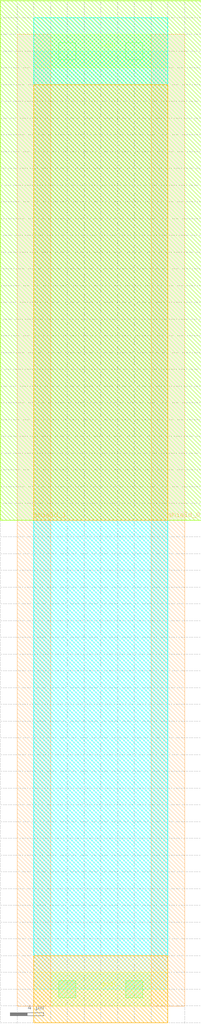
<source format=lef>
VERSION 5.3 ;
NAMESCASESENSITIVE ON ;
BUSBITCHARS "[]" ;
DIVIDERCHAR "/" ;
UNITS
  DATABASE MICRONS 1000 ;
END UNITS

LAYER nwell
  TYPE  MASTERSLICE ;
END nwell

LAYER nselect
  TYPE  MASTERSLICE ;
END nselect

LAYER pselect
  TYPE  MASTERSLICE ;
END pselect

LAYER pactive
  TYPE	MASTERSLICE ;
END pactive

LAYER nactive
  TYPE	MASTERSLICE ;
END nactive

LAYER poly
  TYPE	MASTERSLICE ;
END poly

LAYER cp
  TYPE	CUT ;
  SPACING	0.3 ;
END cp

LAYER ca
  TYPE	CUT ;
  SPACING	0.3 ;
END ca

LAYER metal1
  TYPE		ROUTING ;
  DIRECTION	HORIZONTAL ;
  PITCH		0.8  ;
  WIDTH		0.3 ;
  SPACING	0.3 ;
  RESISTANCE	RPERSQ 0 ;
  CAPACITANCE	CPERSQDIST 0 ;
  CURRENTDEN 0 ;
END metal1

LAYER via
  TYPE	CUT ;
  SPACING	0.3 ;
END via

LAYER metal2
  TYPE		ROUTING ;
  DIRECTION	VERTICAL ;
  PITCH		0.8  ;
  WIDTH		0.3 ;
  SPACING	0.3 ;
  RESISTANCE	RPERSQ 0 ;
  CAPACITANCE	CPERSQDIST 0 ;
  CURRENTDEN 0 ;
END metal2

LAYER via2
  TYPE	CUT ;
  SPACING	0.3 ;
END via2

LAYER metal3
  TYPE		ROUTING ;
  DIRECTION	HORIZONTAL ;
  PITCH		0.8  ;
  WIDTH		0.3 ;
  SPACING	0.3 ;
  RESISTANCE	RPERSQ 0 ;
  CAPACITANCE	CPERSQDIST 0 ;
  CURRENTDEN 0 ;
END metal3

LAYER LAYER42
  TYPE	MASTERSLICE ;
END LAYER42

LAYER LAYER44
  TYPE	MASTERSLICE ;
END LAYER44

LAYER LAYER45
  TYPE	MASTERSLICE ;
END LAYER45

LAYER text
  TYPE	VIRTUAL ;
END text

SPACING
  SAMENET metal1  metal1	0.3 ;
  SAMENET metal2  metal2	0.3 ;
  SAMENET metal3  metal3	0.3 ;
  SAMENET ca  ca	0.3 ;
  SAMENET ca  cp	0.3 ;
  SAMENET cp  cp	0.3 ;
  SAMENET ca  via	0.3 ;
  SAMENET cp  via	0.3 ;
  SAMENET via  via	0.3 ;
  SAMENET via2  via2	0.3 ;
  SAMENET via  via2	0.3 ;
END SPACING

VIA PTAP DEFAULT
  LAYER pactive ;
    RECT -0.200 -0.200 0.200 0.200 ;
  LAYER ca ;
    RECT -0.100 -0.100 0.100 0.100 ;
  LAYER metal1 ;
    RECT -0.200 -0.200 0.200 0.200 ;
END PTAP

VIA NTAP DEFAULT
  LAYER nactive ;
    RECT -0.200 -0.200 0.200 0.200 ;
  LAYER ca ;
    RECT -0.100 -0.100 0.100 0.100 ;
  LAYER metal1 ;
    RECT -0.200 -0.200 0.200 0.200 ;
END NTAP

VIA M1_POLY DEFAULT
  LAYER poly ;
    RECT -0.200 -0.200 0.200 0.200 ;
  LAYER cp ;
    RECT -0.100 -0.100 0.100 0.100 ;
  LAYER metal1 ;
    RECT -0.200 -0.200 0.200 0.200 ;
END M1_POLY

VIA M2_M1 DEFAULT
  LAYER metal1 ;
    RECT -0.200 -0.200 0.200 0.200 ;
  LAYER via ;
    RECT -0.100 -0.100 0.100 0.100 ;
  LAYER metal2 ;
    RECT -0.200 -0.200 0.200 0.200 ;
END M2_M1

VIA M3_M2 DEFAULT
  LAYER metal2 ;
    RECT -0.200 -0.200 0.200 0.200 ;
  LAYER via2 ;
    RECT -0.100 -0.100 0.100 0.100 ;
  LAYER metal3 ;
    RECT -0.200 -0.200 0.200 0.200 ;
END M3_M2


VIARULE VIAGEN12 GENERATE
  LAYER metal1 ;
    DIRECTION HORIZONTAL ;
    OVERHANG 0.10 ;
    METALOVERHANG 0 ;
  LAYER metal2 ;
    DIRECTION VERTICAL ;
    OVERHANG 0.10 ;
    METALOVERHANG 0 ;
  LAYER via ;
    RECT -0.10 -0.10 0.10 0.10 ;
    SPACING 0.8 BY 0.8 ;
END VIAGEN12

VIARULE VIAGEN23 GENERATE
  LAYER metal3 ;
    DIRECTION HORIZONTAL ;
    OVERHANG 0.10 ;
    METALOVERHANG 0 ;
  LAYER metal2 ;
    DIRECTION VERTICAL ;
    OVERHANG 0.10 ;
    METALOVERHANG 0 ;
  LAYER via2 ;
    RECT -0.10 -0.10 0.10 0.10 ;
    SPACING 0.8 BY 0.8 ;
END VIAGEN23

VIARULE Turn1 GENERATE
  LAYER metal1 ;
    DIRECTION HORIZONTAL ;
  LAYER metal1 ;
    DIRECTION VERTICAL ;
END Turn1

VIARULE Turn2 GENERATE
  LAYER metal2 ;
    DIRECTION HORIZONTAL ;
  LAYER metal2 ;
    DIRECTION VERTICAL ;
END Turn2

VIARULE Turn3 GENERATE
  LAYER metal3 ;
    DIRECTION HORIZONTAL ;
  LAYER metal3 ;
    DIRECTION VERTICAL ;
END Turn3

SITE  CoreSite
    CLASS       CORE ;
    SYMMETRY    Y ;
    SIZE        8.000 BY 118.000 ;
END  CoreSite

SITE  TDCoverSite
    CLASS       CORE ;
    SIZE        1.000 BY 1.000 ;
END  TDCoverSite

SITE  SBlockSite
    CLASS       CORE ;
    SIZE        1.000 BY 1.000 ;
END  SBlockSite

SITE  PortCellSite
    CLASS       PAD ;
    SIZE        1.000 BY 1.000 ;
END  PortCellSite

SITE  Core
    CLASS       CORE ;
    SYMMETRY    Y ;
    SIZE        8.000 BY 118.000 ;
END  Core

MACRO invload
  CLASS CORE ;
  FOREIGN invload -0.360 -2.270 ;
  ORIGIN 0.360 2.270 ;
  SIZE 11.520 BY 5.040 ;
  SYMMETRY X Y ;
  SITE CoreSite ;
  PIN vdd!
    DIRECTION INOUT ;
    USE POWER ;
    SHAPE ABUTMENT ;
    PORT
    LAYER METAL1 ;
    RECT -0.360 2.370 11.160 3.170 ;
    END
  END vdd!
  PIN gnd!
    DIRECTION INOUT ;
    USE GROUND ;
    SHAPE ABUTMENT ;
    PORT
    LAYER METAL1 ;
    RECT -0.360 -2.670 11.160 -1.870 ;
    END
  END gnd!
  PIN out
    DIRECTION OUTPUT ;
    PORT
    LAYER METAL2 ;
    RECT 0.580 -0.140 0.865 0.240 ;
    END
  END out
  PIN in0
    DIRECTION INPUT ;
    PORT
    LAYER METAL2 ;
    RECT -0.140 -0.140 0.140 0.240 ;
    END
  END in0
  OBS
    LAYER NWELL ;
    RECT -0.790 0.000 11.590 3.310 ;
    LAYER NINP ;
    RECT -0.390 -1.725 11.190 0.000 ;
    RECT -0.460 2.225 11.260 2.990 ;
    LAYER PINP ;
    RECT -0.390 0.000 11.190 2.225 ;
    RECT -0.460 -2.490 11.260 -1.725 ;
    LAYER N2V ;
    RECT -0.390 -1.725 11.190 0.000 ;
    LAYER P2V ;
    RECT -0.390 0.000 11.190 2.225 ;
    LAYER DIFF ;
    RECT -0.360 2.325 11.160 2.880 ;
    RECT -0.210 -1.370 11.010 -0.435 ;
    RECT -0.360 -2.380 11.160 -1.825 ;
    RECT -0.210 0.450 11.010 1.855 ;
    LAYER POLY1 ;
    RECT 0.270 0.000 0.450 2.075 ;
    RECT 0.990 0.000 1.170 2.075 ;
    RECT 0.270 -0.330 0.990 0.330 ;
    RECT 1.710 0.000 1.890 2.075 ;
    RECT 0.990 -0.330 1.710 0.330 ;
    RECT 2.430 0.000 2.610 2.075 ;
    RECT 1.710 -0.330 2.430 0.330 ;
    RECT 3.150 0.000 3.330 2.075 ;
    RECT 2.430 -0.330 3.150 0.330 ;
    RECT 3.870 0.000 4.050 2.075 ;
    RECT 3.150 -0.330 3.870 0.330 ;
    RECT 4.590 0.000 4.770 2.075 ;
    RECT 3.870 -0.330 4.590 0.330 ;
    RECT 5.310 0.000 5.490 2.075 ;
    RECT 4.590 -0.330 5.310 0.330 ;
    RECT 6.030 0.000 6.210 2.075 ;
    RECT 5.310 -0.330 6.030 0.330 ;
    RECT 6.750 0.000 6.930 2.075 ;
    RECT 6.030 -0.330 6.750 0.330 ;
    RECT 7.470 0.000 7.650 2.075 ;
    RECT 6.750 -0.330 7.470 0.330 ;
    RECT 8.190 0.000 8.370 2.075 ;
    RECT 7.470 -0.330 8.190 0.330 ;
    RECT 8.910 0.000 9.090 2.075 ;
    RECT 8.190 -0.330 8.910 0.330 ;
    RECT 9.630 0.000 9.810 2.075 ;
    RECT 8.910 -0.330 9.630 0.330 ;
    RECT 10.350 0.000 10.530 2.075 ;
    RECT 9.630 -0.330 10.350 0.330 ;
    RECT 0.270 -1.590 0.450 0.000 ;
    RECT 0.990 -1.590 1.170 0.000 ;
    RECT 0.270 -0.330 0.990 0.330 ;
    RECT 1.710 -1.590 1.890 0.000 ;
    RECT 0.990 -0.330 1.710 0.330 ;
    RECT 2.430 -1.590 2.610 0.000 ;
    RECT 1.710 -0.330 2.430 0.330 ;
    RECT 3.150 -1.590 3.330 0.000 ;
    RECT 2.430 -0.330 3.150 0.330 ;
    RECT 3.870 -1.590 4.050 0.000 ;
    RECT 3.150 -0.330 3.870 0.330 ;
    RECT 4.590 -1.590 4.770 0.000 ;
    RECT 3.870 -0.330 4.590 0.330 ;
    RECT 5.310 -1.590 5.490 0.000 ;
    RECT 4.590 -0.330 5.310 0.330 ;
    RECT 6.030 -1.590 6.210 0.000 ;
    RECT 5.310 -0.330 6.030 0.330 ;
    RECT 6.750 -1.590 6.930 0.000 ;
    RECT 6.030 -0.330 6.750 0.330 ;
    RECT 7.470 -1.590 7.650 0.000 ;
    RECT 6.750 -0.330 7.470 0.330 ;
    RECT 8.190 -1.590 8.370 0.000 ;
    RECT 7.470 -0.330 8.190 0.330 ;
    RECT 8.910 -1.590 9.090 0.000 ;
    RECT 8.190 -0.330 8.910 0.330 ;
    RECT 9.630 -1.590 9.810 0.000 ;
    RECT 8.910 -0.330 9.630 0.330 ;
    RECT 10.350 -1.590 10.530 0.000 ;
    RECT 9.630 -0.330 10.350 0.330 ;
    RECT -0.020 -0.130 0.400 0.290 ;
    LAYER METAL1 ;
    RECT -0.360 2.370 11.160 3.170 ;
    RECT -0.360 -2.670 11.160 -1.870 ;
    RECT -0.190 -0.090 0.305 0.325 ;
    RECT 0.535 -0.090 0.915 0.190 ;
    RECT -0.170 1.035 0.170 1.265 ;
    RECT -0.115 1.150 0.115 2.770 ;
    RECT 0.550 1.035 0.890 1.265 ;
    RECT 0.605 0.000 0.835 1.150 ;
    RECT 1.270 1.035 1.610 1.265 ;
    RECT 1.325 1.150 1.555 2.770 ;
    RECT 1.990 1.035 2.330 1.265 ;
    RECT 2.045 0.000 2.275 1.150 ;
    RECT 0.720 -0.090 2.160 0.140 ;
    RECT 2.710 1.035 3.050 1.265 ;
    RECT 2.765 1.150 2.995 2.770 ;
    RECT 3.430 1.035 3.770 1.265 ;
    RECT 3.485 0.000 3.715 1.150 ;
    RECT 2.160 -0.090 3.600 0.140 ;
    RECT 4.150 1.035 4.490 1.265 ;
    RECT 4.205 1.150 4.435 2.770 ;
    RECT 4.870 1.035 5.210 1.265 ;
    RECT 4.925 0.000 5.155 1.150 ;
    RECT 3.600 -0.090 5.040 0.140 ;
    RECT 5.590 1.035 5.930 1.265 ;
    RECT 5.645 1.150 5.875 2.770 ;
    RECT 6.310 1.035 6.650 1.265 ;
    RECT 6.365 0.000 6.595 1.150 ;
    RECT 5.040 -0.090 6.480 0.140 ;
    RECT 7.030 1.035 7.370 1.265 ;
    RECT 7.085 1.150 7.315 2.770 ;
    RECT 7.750 1.035 8.090 1.265 ;
    RECT 7.805 0.000 8.035 1.150 ;
    RECT 6.480 -0.090 7.920 0.140 ;
    RECT 8.470 1.035 8.810 1.265 ;
    RECT 8.525 1.150 8.755 2.770 ;
    RECT 9.190 1.035 9.530 1.265 ;
    RECT 9.245 0.000 9.475 1.150 ;
    RECT 7.920 -0.090 9.360 0.140 ;
    RECT 9.910 1.035 10.250 1.265 ;
    RECT 9.965 1.150 10.195 2.770 ;
    RECT 10.630 1.035 10.970 1.265 ;
    RECT 10.685 0.000 10.915 1.150 ;
    RECT 9.360 -0.090 10.800 0.140 ;
    RECT -0.170 -1.020 0.170 -0.790 ;
    RECT -0.115 -2.270 0.115 -0.905 ;
    RECT 0.550 -1.020 0.890 -0.790 ;
    RECT 0.605 -0.905 0.835 0.000 ;
    RECT 1.270 -1.020 1.610 -0.790 ;
    RECT 1.325 -2.270 1.555 -0.905 ;
    RECT 1.990 -1.020 2.330 -0.790 ;
    RECT 2.045 -0.905 2.275 0.000 ;
    RECT 0.720 -0.090 2.160 0.140 ;
    RECT 2.710 -1.020 3.050 -0.790 ;
    RECT 2.765 -2.270 2.995 -0.905 ;
    RECT 3.430 -1.020 3.770 -0.790 ;
    RECT 3.485 -0.905 3.715 0.000 ;
    RECT 2.160 -0.090 3.600 0.140 ;
    RECT 4.150 -1.020 4.490 -0.790 ;
    RECT 4.205 -2.270 4.435 -0.905 ;
    RECT 4.870 -1.020 5.210 -0.790 ;
    RECT 4.925 -0.905 5.155 0.000 ;
    RECT 3.600 -0.090 5.040 0.140 ;
    RECT 5.590 -1.020 5.930 -0.790 ;
    RECT 5.645 -2.270 5.875 -0.905 ;
    RECT 6.310 -1.020 6.650 -0.790 ;
    RECT 6.365 -0.905 6.595 0.000 ;
    RECT 5.040 -0.090 6.480 0.140 ;
    RECT 7.030 -1.020 7.370 -0.790 ;
    RECT 7.085 -2.270 7.315 -0.905 ;
    RECT 7.750 -1.020 8.090 -0.790 ;
    RECT 7.805 -0.905 8.035 0.000 ;
    RECT 6.480 -0.090 7.920 0.140 ;
    RECT 8.470 -1.020 8.810 -0.790 ;
    RECT 8.525 -2.270 8.755 -0.905 ;
    RECT 9.190 -1.020 9.530 -0.790 ;
    RECT 9.245 -0.905 9.475 0.000 ;
    RECT 7.920 -0.090 9.360 0.140 ;
    RECT 9.910 -1.020 10.250 -0.790 ;
    RECT 9.965 -2.270 10.195 -0.905 ;
    RECT 10.630 -1.020 10.970 -0.790 ;
    RECT 10.685 -0.905 10.915 0.000 ;
    RECT 9.360 -0.090 10.800 0.140 ;
    LAYER CONT ;
    RECT 0.080 -0.030 0.300 0.190 ;
    RECT -0.110 2.425 0.110 2.645 ;
    RECT -0.110 -2.145 0.110 -1.925 ;
    RECT 0.610 2.425 0.830 2.645 ;
    RECT 0.610 -2.145 0.830 -1.925 ;
    RECT 1.330 2.425 1.550 2.645 ;
    RECT 1.330 -2.145 1.550 -1.925 ;
    RECT 2.050 2.425 2.270 2.645 ;
    RECT 2.050 -2.145 2.270 -1.925 ;
    RECT 2.770 2.425 2.990 2.645 ;
    RECT 2.770 -2.145 2.990 -1.925 ;
    RECT 3.490 2.425 3.710 2.645 ;
    RECT 3.490 -2.145 3.710 -1.925 ;
    RECT 4.210 2.425 4.430 2.645 ;
    RECT 4.210 -2.145 4.430 -1.925 ;
    RECT 4.930 2.425 5.150 2.645 ;
    RECT 4.930 -2.145 5.150 -1.925 ;
    RECT 5.650 2.425 5.870 2.645 ;
    RECT 5.650 -2.145 5.870 -1.925 ;
    RECT 6.370 2.425 6.590 2.645 ;
    RECT 6.370 -2.145 6.590 -1.925 ;
    RECT 7.090 2.425 7.310 2.645 ;
    RECT 7.090 -2.145 7.310 -1.925 ;
    RECT 7.810 2.425 8.030 2.645 ;
    RECT 7.810 -2.145 8.030 -1.925 ;
    RECT 8.530 2.425 8.750 2.645 ;
    RECT 8.530 -2.145 8.750 -1.925 ;
    RECT 9.250 2.425 9.470 2.645 ;
    RECT 9.250 -2.145 9.470 -1.925 ;
    RECT 9.970 2.425 10.190 2.645 ;
    RECT 9.970 -2.145 10.190 -1.925 ;
    RECT 10.690 2.425 10.910 2.645 ;
    RECT 10.690 -2.145 10.910 -1.925 ;
    RECT -0.110 1.040 0.110 1.260 ;
    RECT 0.610 1.040 0.830 1.260 ;
    RECT 1.330 1.040 1.550 1.260 ;
    RECT 2.050 1.040 2.270 1.260 ;
    RECT 2.770 1.040 2.990 1.260 ;
    RECT 3.490 1.040 3.710 1.260 ;
    RECT 4.210 1.040 4.430 1.260 ;
    RECT 4.930 1.040 5.150 1.260 ;
    RECT 5.650 1.040 5.870 1.260 ;
    RECT 6.370 1.040 6.590 1.260 ;
    RECT 7.090 1.040 7.310 1.260 ;
    RECT 7.810 1.040 8.030 1.260 ;
    RECT 8.530 1.040 8.750 1.260 ;
    RECT 9.250 1.040 9.470 1.260 ;
    RECT 9.970 1.040 10.190 1.260 ;
    RECT 10.690 1.040 10.910 1.260 ;
    RECT -0.110 -1.015 0.110 -0.785 ;
    RECT 0.610 -1.015 0.830 -0.785 ;
    RECT 1.330 -1.015 1.550 -0.785 ;
    RECT 2.050 -1.015 2.270 -0.785 ;
    RECT 2.770 -1.015 2.990 -0.785 ;
    RECT 3.490 -1.015 3.710 -0.785 ;
    RECT 4.210 -1.015 4.430 -0.785 ;
    RECT 4.930 -1.015 5.150 -0.785 ;
    RECT 5.650 -1.015 5.870 -0.785 ;
    RECT 6.370 -1.015 6.590 -0.785 ;
    RECT 7.090 -1.015 7.310 -0.785 ;
    RECT 7.810 -1.015 8.030 -0.785 ;
    RECT 8.530 -1.015 8.750 -0.785 ;
    RECT 9.250 -1.015 9.470 -0.785 ;
    RECT 9.970 -1.015 10.190 -0.785 ;
    RECT 10.690 -1.015 10.910 -0.785 ;
    LAYER VIA12 ;
    RECT -0.130 -0.080 0.130 0.180 ;
    RECT 0.595 -0.080 0.855 0.180 ;
  END
END invload
MACRO filler
  CLASS CORE ;
  FOREIGN filler -20.000 -56.000 ;
  ORIGIN 20.000 56.000 ;
  SIZE 16.000 BY 112.000 ;
  SYMMETRY X Y ;
  SITE CoreSite ;
  PIN vdd!
    DIRECTION INOUT ;
    USE POWER ;
    SHAPE ABUTMENT ;
    PORT
    LAYER METAL1 ;
    RECT -20.000 54.000 -4.000 58.000 ;
    END
  END vdd!
  PIN gnd!
    DIRECTION INOUT ;
    USE GROUND ;
    SHAPE ABUTMENT ;
    PORT
    LAYER METAL1 ;
    RECT -20.000 -58.000 -4.000 -54.000 ;
    END
  END gnd!
  PIN shield_0
    DIRECTION INOUT ;
    PORT
    LAYER METAL2 ;
    RECT -6.000 -58.000 -2.000 58.000 ;
    END
  END shield_0
  PIN shield_1
    DIRECTION INOUT ;
    PORT
    LAYER METAL2 ;
    RECT -22.000 -58.000 -18.000 58.000 ;
    END
  END shield_1
  OBS
    LAYER NWELL ;
    RECT -24.000 0.000 0.000 62.000 ;
    LAYER NIMP ;
    RECT -20.000 52.000 -4.000 60.000 ;
    RECT -20.000 -52.000 -4.000 0.000 ;
    LAYER PIMP ;
    RECT -20.000 -60.000 -4.000 -52.000 ;
    RECT -20.000 0.000 -4.000 52.000 ;
    LAYER DIFF ;
    RECT -18.000 54.000 -6.000 58.000 ;
    LAYER DIFF ;
    RECT -18.000 -58.000 -6.000 -54.000 ;
    LAYER CONT ;
    RECT -9.000 55.000 -7.000 57.000 ;
    RECT -9.000 -57.000 -7.000 -55.000 ;
    RECT -17.000 55.000 -15.000 57.000 ;
    RECT -17.000 -57.000 -15.000 -55.000 ;
  END
END filler
END LIBRARY

</source>
